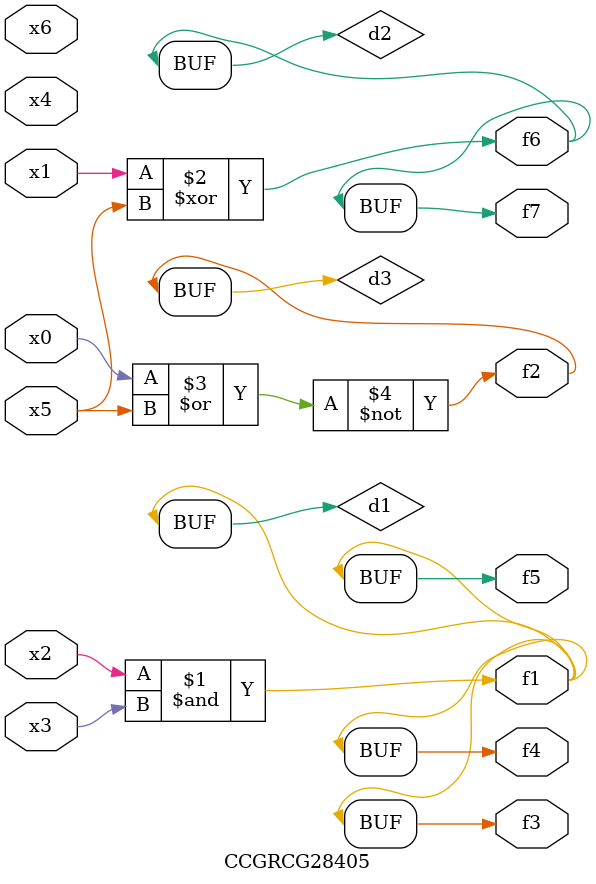
<source format=v>
module CCGRCG28405(
	input x0, x1, x2, x3, x4, x5, x6,
	output f1, f2, f3, f4, f5, f6, f7
);

	wire d1, d2, d3;

	and (d1, x2, x3);
	xor (d2, x1, x5);
	nor (d3, x0, x5);
	assign f1 = d1;
	assign f2 = d3;
	assign f3 = d1;
	assign f4 = d1;
	assign f5 = d1;
	assign f6 = d2;
	assign f7 = d2;
endmodule

</source>
